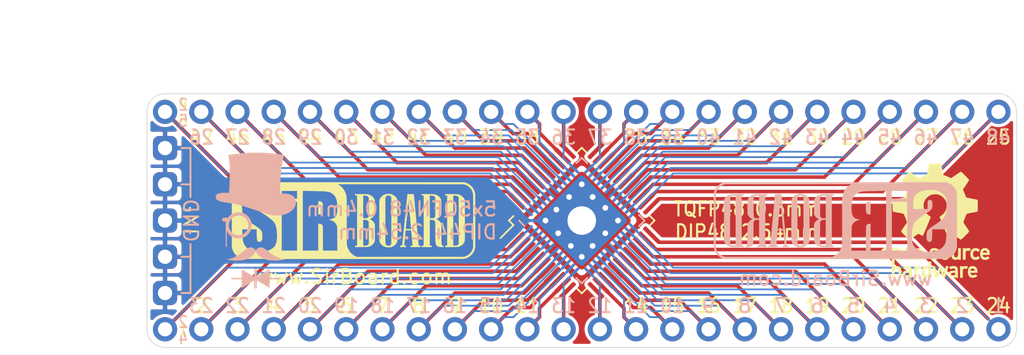
<source format=kicad_pcb>
(kicad_pcb (version 20171130) (host pcbnew "(5.1.2)-2")
  (title_block (title "TQFP48 to DIP48 Breakout Board") (date 2020-04-19) (rev 2) (company SirBoard) (comment 1 "TQFP48 P =0.5mm") (comment 2 "QFN48 P =0.4mm") (comment 3 "DIP48 P = 2.54mm"))
  (layers (0 F.Cu signal) (31 B.Cu signal) (34 B.Paste user hide) (35 F.Paste user hide) (36 B.SilkS user) (37 F.SilkS user) (38 B.Mask user hide) (39 F.Mask user hide) (44 Edge.Cuts user))
  (net 0 "")
  (net 1 "Net-(J1-Pad24)")
  (net 2 "Net-(J1-Pad23)")
  (net 3 "Net-(J1-Pad22)")
  (net 4 "Net-(J1-Pad21)")
  (net 5 "Net-(J1-Pad20)")
  (net 6 "Net-(J1-Pad19)")
  (net 7 "Net-(J1-Pad18)")
  (net 8 "Net-(J1-Pad17)")
  (net 9 "Net-(J1-Pad16)")
  (net 10 "Net-(J1-Pad15)")
  (net 11 "Net-(J1-Pad14)")
  (net 12 "Net-(J1-Pad13)")
  (net 13 "Net-(J1-Pad12)")
  (net 14 "Net-(J1-Pad11)")
  (net 15 "Net-(J1-Pad10)")
  (net 16 "Net-(J1-Pad9)")
  (net 17 "Net-(J1-Pad8)")
  (net 18 "Net-(J1-Pad7)")
  (net 19 "Net-(J1-Pad6)")
  (net 20 "Net-(J1-Pad5)")
  (net 21 "Net-(J1-Pad4)")
  (net 22 "Net-(J1-Pad3)")
  (net 23 "Net-(J1-Pad2)")
  (net 24 "Net-(J1-Pad1)")
  (net 25 "Net-(J2-Pad48)")
  (net 26 "Net-(J2-Pad47)")
  (net 27 "Net-(J2-Pad46)")
  (net 28 "Net-(J2-Pad45)")
  (net 29 "Net-(J2-Pad44)")
  (net 30 "Net-(J2-Pad43)")
  (net 31 "Net-(J2-Pad42)")
  (net 32 "Net-(J2-Pad41)")
  (net 33 "Net-(J2-Pad40)")
  (net 34 "Net-(J2-Pad39)")
  (net 35 "Net-(J2-Pad38)")
  (net 36 "Net-(J2-Pad37)")
  (net 37 "Net-(J2-Pad36)")
  (net 38 "Net-(J2-Pad35)")
  (net 39 "Net-(J2-Pad34)")
  (net 40 "Net-(J2-Pad33)")
  (net 41 "Net-(J2-Pad32)")
  (net 42 "Net-(J2-Pad31)")
  (net 43 "Net-(J2-Pad30)")
  (net 44 "Net-(J2-Pad29)")
  (net 45 "Net-(J2-Pad28)")
  (net 46 "Net-(J2-Pad27)")
  (net 47 "Net-(J2-Pad26)")
  (net 48 "Net-(J2-Pad25)")
  (net 49 "Net-(J5-Pad1)")
  (module logo:logo94x134 (layer B.Cu) (at 44.577 35.56 180)
    (fp_text reference G*** hide)
    (fp_text value LOGO hide)
  )
  (module logo:SirBoard171x54 (layer B.Cu) (at 85.217 35.56 180)
    (fp_text reference G*** hide)
    (fp_text value LOGO hide)
  )
  (module logo:SirBoard171x54 (layer F.Cu) (at 51.435 35.56)
    (fp_text reference G*** hide)
    (fp_text value LOGO hide)
  )
  (module Connector_PinHeader_2.54mm:PinHeader_1x05_P2.54mm_Vertical (layer B.Cu) (at 38.227 30.48 180)
    (fp_text reference J5 hide)
    (fp_text value Conn_01x05)
    (pad 5 thru_hole roundrect (at 0 -10.16 180) (size 1.7 1.7) (drill 1) (layers *.Cu *.Mask) (net 49 "Net-(J5-Pad1)"))
    (pad 4 thru_hole roundrect (at 0 -7.62 180) (size 1.7 1.7) (drill 1) (layers *.Cu *.Mask) (net 49 "Net-(J5-Pad1)"))
    (pad 3 thru_hole roundrect (at 0 -5.08 180) (size 1.7 1.7) (drill 1) (layers *.Cu *.Mask) (net 49 "Net-(J5-Pad1)"))
    (pad 2 thru_hole roundrect (at 0 -2.54 180) (size 1.7 1.7) (drill 1) (layers *.Cu *.Mask) (net 49 "Net-(J5-Pad1)"))
    (pad 1 thru_hole roundrect (at 0 0 180) (size 1.7 1.7) (drill 1) (layers *.Cu *.Mask) (net 49 "Net-(J5-Pad1)"))
  )
  (module Package_DFN_QFN:UQFN-48-1EP_6x6mm_P0.4mm_EP4.62x4.62mm (layer B.Cu) (at 67.437 35.56 315)
    (fp_text reference J3 hide)
    (fp_text value Conn_02x24_Counter_Clockwise)
    (pad 48 smd roundrect (at -2.2 3.0375 315) (size 0.2 0.675) (layers B.Cu B.Paste B.Mask) (net 24 "Net-(J1-Pad1)"))
    (pad 47 smd roundrect (at -1.8 2.9375 315) (size 0.2 0.875) (layers B.Cu B.Paste B.Mask) (net 23 "Net-(J1-Pad2)"))
    (pad 46 smd roundrect (at -1.4 2.9375 315) (size 0.2 0.875) (layers B.Cu B.Paste B.Mask) (net 22 "Net-(J1-Pad3)"))
    (pad 45 smd roundrect (at -1 2.9375 315) (size 0.2 0.875) (layers B.Cu B.Paste B.Mask) (net 21 "Net-(J1-Pad4)"))
    (pad 44 smd roundrect (at -0.6 2.9375 315) (size 0.2 0.875) (layers B.Cu B.Paste B.Mask) (net 20 "Net-(J1-Pad5)"))
    (pad 43 smd roundrect (at -0.2 2.9375 315) (size 0.2 0.875) (layers B.Cu B.Paste B.Mask) (net 19 "Net-(J1-Pad6)"))
    (pad 42 smd roundrect (at 0.2 2.9375 315) (size 0.2 0.875) (layers B.Cu B.Paste B.Mask) (net 18 "Net-(J1-Pad7)"))
    (pad 41 smd roundrect (at 0.6 2.9375 315) (size 0.2 0.875) (layers B.Cu B.Paste B.Mask) (net 17 "Net-(J1-Pad8)"))
    (pad 40 smd roundrect (at 1 2.9375 315) (size 0.2 0.875) (layers B.Cu B.Paste B.Mask) (net 16 "Net-(J1-Pad9)"))
    (pad 39 smd roundrect (at 1.4 2.9375 315) (size 0.2 0.875) (layers B.Cu B.Paste B.Mask) (net 15 "Net-(J1-Pad10)"))
    (pad 38 smd roundrect (at 1.8 2.9375 315) (size 0.2 0.875) (layers B.Cu B.Paste B.Mask) (net 14 "Net-(J1-Pad11)"))
    (pad 37 smd roundrect (at 2.2 2.9375 315) (size 0.2 0.875) (layers B.Cu B.Paste B.Mask) (net 13 "Net-(J1-Pad12)"))
    (pad 36 smd roundrect (at 2.9375 2.2 315) (size 0.875 0.2) (layers B.Cu B.Paste B.Mask) (net 12 "Net-(J1-Pad13)"))
    (pad 35 smd roundrect (at 2.9375 1.8 315) (size 0.875 0.2) (layers B.Cu B.Paste B.Mask) (net 11 "Net-(J1-Pad14)"))
    (pad 34 smd roundrect (at 2.9375 1.4 315) (size 0.875 0.2) (layers B.Cu B.Paste B.Mask) (net 10 "Net-(J1-Pad15)"))
    (pad 33 smd roundrect (at 2.9375 1 315) (size 0.875 0.2) (layers B.Cu B.Paste B.Mask) (net 9 "Net-(J1-Pad16)"))
    (pad 32 smd roundrect (at 2.9375 0.6 315) (size 0.875 0.2) (layers B.Cu B.Paste B.Mask) (net 8 "Net-(J1-Pad17)"))
    (pad 31 smd roundrect (at 2.9375 0.2 315) (size 0.875 0.2) (layers B.Cu B.Paste B.Mask) (net 7 "Net-(J1-Pad18)"))
    (pad 30 smd roundrect (at 2.9375 -0.2 315) (size 0.875 0.2) (layers B.Cu B.Paste B.Mask) (net 6 "Net-(J1-Pad19)"))
    (pad 29 smd roundrect (at 2.9375 -0.6 315) (size 0.875 0.2) (layers B.Cu B.Paste B.Mask) (net 5 "Net-(J1-Pad20)"))
    (pad 28 smd roundrect (at 2.9375 -1 315) (size 0.875 0.2) (layers B.Cu B.Paste B.Mask) (net 4 "Net-(J1-Pad21)"))
    (pad 27 smd roundrect (at 2.9375 -1.4 315) (size 0.875 0.2) (layers B.Cu B.Paste B.Mask) (net 3 "Net-(J1-Pad22)"))
    (pad 26 smd roundrect (at 2.9375 -1.8 315) (size 0.875 0.2) (layers B.Cu B.Paste B.Mask) (net 2 "Net-(J1-Pad23)"))
    (pad 25 smd roundrect (at 2.9375 -2.2 315) (size 0.875 0.2) (layers B.Cu B.Paste B.Mask) (net 1 "Net-(J1-Pad24)"))
    (pad 24 smd roundrect (at 2.2 -2.9375 315) (size 0.2 0.875) (layers B.Cu B.Paste B.Mask) (net 48 "Net-(J2-Pad25)"))
    (pad 23 smd roundrect (at 1.8 -2.9375 315) (size 0.2 0.875) (layers B.Cu B.Paste B.Mask) (net 47 "Net-(J2-Pad26)"))
    (pad 22 smd roundrect (at 1.4 -2.9375 315) (size 0.2 0.875) (layers B.Cu B.Paste B.Mask) (net 46 "Net-(J2-Pad27)"))
    (pad 21 smd roundrect (at 1 -2.9375 315) (size 0.2 0.875) (layers B.Cu B.Paste B.Mask) (net 45 "Net-(J2-Pad28)"))
    (pad 20 smd roundrect (at 0.6 -2.9375 315) (size 0.2 0.875) (layers B.Cu B.Paste B.Mask) (net 44 "Net-(J2-Pad29)"))
    (pad 19 smd roundrect (at 0.2 -2.9375 315) (size 0.2 0.875) (layers B.Cu B.Paste B.Mask) (net 43 "Net-(J2-Pad30)"))
    (pad 18 smd roundrect (at -0.2 -2.9375 315) (size 0.2 0.875) (layers B.Cu B.Paste B.Mask) (net 42 "Net-(J2-Pad31)"))
    (pad 17 smd roundrect (at -0.6 -2.9375 315) (size 0.2 0.875) (layers B.Cu B.Paste B.Mask) (net 41 "Net-(J2-Pad32)"))
    (pad 16 smd roundrect (at -1 -2.9375 315) (size 0.2 0.875) (layers B.Cu B.Paste B.Mask) (net 40 "Net-(J2-Pad33)"))
    (pad 15 smd roundrect (at -1.4 -2.9375 315) (size 0.2 0.875) (layers B.Cu B.Paste B.Mask) (net 39 "Net-(J2-Pad34)"))
    (pad 14 smd roundrect (at -1.8 -2.9375 315) (size 0.2 0.875) (layers B.Cu B.Paste B.Mask) (net 38 "Net-(J2-Pad35)"))
    (pad 13 smd roundrect (at -2.2 -2.9375 315) (size 0.2 0.875) (layers B.Cu B.Paste B.Mask) (net 37 "Net-(J2-Pad36)"))
    (pad 12 smd roundrect (at -2.9375 -2.2 315) (size 0.875 0.2) (layers B.Cu B.Paste B.Mask) (net 36 "Net-(J2-Pad37)"))
    (pad 11 smd roundrect (at -2.9375 -1.8 315) (size 0.875 0.2) (layers B.Cu B.Paste B.Mask) (net 35 "Net-(J2-Pad38)"))
    (pad 10 smd roundrect (at -2.9375 -1.4 315) (size 0.875 0.2) (layers B.Cu B.Paste B.Mask) (net 34 "Net-(J2-Pad39)"))
    (pad 9 smd roundrect (at -2.9375 -1 315) (size 0.875 0.2) (layers B.Cu B.Paste B.Mask) (net 33 "Net-(J2-Pad40)"))
    (pad 8 smd roundrect (at -2.9375 -0.6 315) (size 0.875 0.2) (layers B.Cu B.Paste B.Mask) (net 32 "Net-(J2-Pad41)"))
    (pad 7 smd roundrect (at -2.9375 -0.2 315) (size 0.875 0.2) (layers B.Cu B.Paste B.Mask) (net 31 "Net-(J2-Pad42)"))
    (pad 6 smd roundrect (at -2.9375 0.2 315) (size 0.875 0.2) (layers B.Cu B.Paste B.Mask) (net 30 "Net-(J2-Pad43)"))
    (pad 5 smd roundrect (at -2.9375 0.6 315) (size 0.875 0.2) (layers B.Cu B.Paste B.Mask) (net 29 "Net-(J2-Pad44)"))
    (pad 4 smd roundrect (at -2.9375 1 315) (size 0.875 0.2) (layers B.Cu B.Paste B.Mask) (net 28 "Net-(J2-Pad45)"))
    (pad 3 smd roundrect (at -2.9375 1.4 315) (size 0.875 0.2) (layers B.Cu B.Paste B.Mask) (net 27 "Net-(J2-Pad46)"))
    (pad 2 smd roundrect (at -2.9375 1.8 315) (size 0.875 0.2) (layers B.Cu B.Paste B.Mask) (net 26 "Net-(J2-Pad47)"))
    (pad 1 smd roundrect (at -3.0375 2.2 315) (size 0.675 0.2) (layers B.Cu B.Paste B.Mask) (net 25 "Net-(J2-Pad48)"))
    (pad 49 smd roundrect (at 0 0 315) (size 4.62 4.62) (layers B.Cu B.Mask) (roundrect_rratio 0.05400000000000001) (net 49 "Net-(J5-Pad1)"))
  )
  (module Package_QFP:TQFP-48-1EP_7x7mm_P0.5mm_EP5x5mm (layer F.Cu) (at 67.437 35.56 45)
    (fp_text reference J2 hide)
    (fp_text value Conn_02x24_Counter_Clockwise)
    (pad 48 smd roundrect (at -2.75 -4.1625 45) (size 0.3 1.475) (layers F.Cu F.Paste F.Mask) (net 25 "Net-(J2-Pad48)"))
    (pad 47 smd roundrect (at -2.25 -4.1625 45) (size 0.3 1.475) (layers F.Cu F.Paste F.Mask) (net 26 "Net-(J2-Pad47)"))
    (pad 46 smd roundrect (at -1.75 -4.1625 45) (size 0.3 1.475) (layers F.Cu F.Paste F.Mask) (net 27 "Net-(J2-Pad46)"))
    (pad 45 smd roundrect (at -1.25 -4.1625 45) (size 0.3 1.475) (layers F.Cu F.Paste F.Mask) (net 28 "Net-(J2-Pad45)"))
    (pad 44 smd roundrect (at -0.75 -4.1625 45) (size 0.3 1.475) (layers F.Cu F.Paste F.Mask) (net 29 "Net-(J2-Pad44)"))
    (pad 43 smd roundrect (at -0.25 -4.1625 45) (size 0.3 1.475) (layers F.Cu F.Paste F.Mask) (net 30 "Net-(J2-Pad43)"))
    (pad 42 smd roundrect (at 0.25 -4.1625 45) (size 0.3 1.475) (layers F.Cu F.Paste F.Mask) (net 31 "Net-(J2-Pad42)"))
    (pad 41 smd roundrect (at 0.75 -4.1625 45) (size 0.3 1.475) (layers F.Cu F.Paste F.Mask) (net 32 "Net-(J2-Pad41)"))
    (pad 40 smd roundrect (at 1.25 -4.1625 45) (size 0.3 1.475) (layers F.Cu F.Paste F.Mask) (net 33 "Net-(J2-Pad40)"))
    (pad 39 smd roundrect (at 1.75 -4.1625 45) (size 0.3 1.475) (layers F.Cu F.Paste F.Mask) (net 34 "Net-(J2-Pad39)"))
    (pad 38 smd roundrect (at 2.25 -4.1625 45) (size 0.3 1.475) (layers F.Cu F.Paste F.Mask) (net 35 "Net-(J2-Pad38)"))
    (pad 37 smd roundrect (at 2.75 -4.1625 45) (size 0.3 1.475) (layers F.Cu F.Paste F.Mask) (net 36 "Net-(J2-Pad37)"))
    (pad 36 smd roundrect (at 4.1625 -2.75 45) (size 1.475 0.3) (layers F.Cu F.Paste F.Mask) (net 37 "Net-(J2-Pad36)"))
    (pad 35 smd roundrect (at 4.1625 -2.25 45) (size 1.475 0.3) (layers F.Cu F.Paste F.Mask) (net 38 "Net-(J2-Pad35)"))
    (pad 34 smd roundrect (at 4.1625 -1.75 45) (size 1.475 0.3) (layers F.Cu F.Paste F.Mask) (net 39 "Net-(J2-Pad34)"))
    (pad 33 smd roundrect (at 4.1625 -1.25 45) (size 1.475 0.3) (layers F.Cu F.Paste F.Mask) (net 40 "Net-(J2-Pad33)"))
    (pad 32 smd roundrect (at 4.1625 -0.75 45) (size 1.475 0.3) (layers F.Cu F.Paste F.Mask) (net 41 "Net-(J2-Pad32)"))
    (pad 31 smd roundrect (at 4.1625 -0.25 45) (size 1.475 0.3) (layers F.Cu F.Paste F.Mask) (net 42 "Net-(J2-Pad31)"))
    (pad 30 smd roundrect (at 4.1625 0.25 45) (size 1.475 0.3) (layers F.Cu F.Paste F.Mask) (net 43 "Net-(J2-Pad30)"))
    (pad 29 smd roundrect (at 4.1625 0.75 45) (size 1.475 0.3) (layers F.Cu F.Paste F.Mask) (net 44 "Net-(J2-Pad29)"))
    (pad 28 smd roundrect (at 4.1625 1.25 45) (size 1.475 0.3) (layers F.Cu F.Paste F.Mask) (net 45 "Net-(J2-Pad28)"))
    (pad 27 smd roundrect (at 4.1625 1.75 45) (size 1.475 0.3) (layers F.Cu F.Paste F.Mask) (net 46 "Net-(J2-Pad27)"))
    (pad 26 smd roundrect (at 4.1625 2.25 45) (size 1.475 0.3) (layers F.Cu F.Paste F.Mask) (net 47 "Net-(J2-Pad26)"))
    (pad 25 smd roundrect (at 4.1625 2.75 45) (size 1.475 0.3) (layers F.Cu F.Paste F.Mask) (net 48 "Net-(J2-Pad25)"))
    (pad 24 smd roundrect (at 2.75 4.1625 45) (size 0.3 1.475) (layers F.Cu F.Paste F.Mask) (net 1 "Net-(J1-Pad24)"))
    (pad 23 smd roundrect (at 2.25 4.1625 45) (size 0.3 1.475) (layers F.Cu F.Paste F.Mask) (net 2 "Net-(J1-Pad23)"))
    (pad 22 smd roundrect (at 1.75 4.1625 45) (size 0.3 1.475) (layers F.Cu F.Paste F.Mask) (net 3 "Net-(J1-Pad22)"))
    (pad 21 smd roundrect (at 1.25 4.1625 45) (size 0.3 1.475) (layers F.Cu F.Paste F.Mask) (net 4 "Net-(J1-Pad21)"))
    (pad 20 smd roundrect (at 0.75 4.1625 45) (size 0.3 1.475) (layers F.Cu F.Paste F.Mask) (net 5 "Net-(J1-Pad20)"))
    (pad 19 smd roundrect (at 0.25 4.1625 45) (size 0.3 1.475) (layers F.Cu F.Paste F.Mask) (net 6 "Net-(J1-Pad19)"))
    (pad 18 smd roundrect (at -0.25 4.1625 45) (size 0.3 1.475) (layers F.Cu F.Paste F.Mask) (net 7 "Net-(J1-Pad18)"))
    (pad 17 smd roundrect (at -0.75 4.1625 45) (size 0.3 1.475) (layers F.Cu F.Paste F.Mask) (net 8 "Net-(J1-Pad17)"))
    (pad 16 smd roundrect (at -1.25 4.1625 45) (size 0.3 1.475) (layers F.Cu F.Paste F.Mask) (net 9 "Net-(J1-Pad16)"))
    (pad 15 smd roundrect (at -1.75 4.1625 45) (size 0.3 1.475) (layers F.Cu F.Paste F.Mask) (net 10 "Net-(J1-Pad15)"))
    (pad 14 smd roundrect (at -2.25 4.1625 45) (size 0.3 1.475) (layers F.Cu F.Paste F.Mask) (net 11 "Net-(J1-Pad14)"))
    (pad 13 smd roundrect (at -2.75 4.1625 45) (size 0.3 1.475) (layers F.Cu F.Paste F.Mask) (net 12 "Net-(J1-Pad13)"))
    (pad 12 smd roundrect (at -4.1625 2.75 45) (size 1.475 0.3) (layers F.Cu F.Paste F.Mask) (net 13 "Net-(J1-Pad12)"))
    (pad 11 smd roundrect (at -4.1625 2.25 45) (size 1.475 0.3) (layers F.Cu F.Paste F.Mask) (net 14 "Net-(J1-Pad11)"))
    (pad 10 smd roundrect (at -4.1625 1.75 45) (size 1.475 0.3) (layers F.Cu F.Paste F.Mask) (net 15 "Net-(J1-Pad10)"))
    (pad 9 smd roundrect (at -4.1625 1.25 45) (size 1.475 0.3) (layers F.Cu F.Paste F.Mask) (net 16 "Net-(J1-Pad9)"))
    (pad 8 smd roundrect (at -4.1625 0.75 45) (size 1.475 0.3) (layers F.Cu F.Paste F.Mask) (net 17 "Net-(J1-Pad8)"))
    (pad 7 smd roundrect (at -4.1625 0.25 45) (size 1.475 0.3) (layers F.Cu F.Paste F.Mask) (net 18 "Net-(J1-Pad7)"))
    (pad 6 smd roundrect (at -4.1625 -0.25 45) (size 1.475 0.3) (layers F.Cu F.Paste F.Mask) (net 19 "Net-(J1-Pad6)"))
    (pad 5 smd roundrect (at -4.1625 -0.75 45) (size 1.475 0.3) (layers F.Cu F.Paste F.Mask) (net 20 "Net-(J1-Pad5)"))
    (pad 4 smd roundrect (at -4.1625 -1.25 45) (size 1.475 0.3) (layers F.Cu F.Paste F.Mask) (net 21 "Net-(J1-Pad4)"))
    (pad 3 smd roundrect (at -4.1625 -1.75 45) (size 1.475 0.3) (layers F.Cu F.Paste F.Mask) (net 22 "Net-(J1-Pad3)"))
    (pad 2 smd roundrect (at -4.1625 -2.25 45) (size 1.475 0.3) (layers F.Cu F.Paste F.Mask) (net 23 "Net-(J1-Pad2)"))
    (pad 1 smd roundrect (at -4.1625 -2.75 45) (size 1.475 0.3) (layers F.Cu F.Paste F.Mask) (net 24 "Net-(J1-Pad1)"))
    (pad 49 smd roundrect (at 0 0 45) (size 5 5) (layers F.Cu F.Mask) (roundrect_rratio 0.05) (net 49 "Net-(J5-Pad1)"))
  )
  (module Connector_PinHeader_2.54mm:PinHeader_1x24_P2.54mm_Vertical (layer B.Cu) (at 38.227 43.18 270)
    (fp_text reference J1 hide)
    (fp_text value Conn_01x24)
    (pad 1 thru_hole circle (at 0 0 270) (size 1.7 1.7) (drill 1) (layers *.Cu *.Mask) (net 24 "Net-(J1-Pad1)"))
    (pad 2 thru_hole oval (at 0 -2.54 270) (size 1.7 1.7) (drill 1) (layers *.Cu *.Mask) (net 23 "Net-(J1-Pad2)"))
    (pad 3 thru_hole oval (at 0 -5.08 270) (size 1.7 1.7) (drill 1) (layers *.Cu *.Mask) (net 22 "Net-(J1-Pad3)"))
    (pad 4 thru_hole oval (at 0 -7.62 270) (size 1.7 1.7) (drill 1) (layers *.Cu *.Mask) (net 21 "Net-(J1-Pad4)"))
    (pad 5 thru_hole oval (at 0 -10.16 270) (size 1.7 1.7) (drill 1) (layers *.Cu *.Mask) (net 20 "Net-(J1-Pad5)"))
    (pad 6 thru_hole oval (at 0 -12.7 270) (size 1.7 1.7) (drill 1) (layers *.Cu *.Mask) (net 19 "Net-(J1-Pad6)"))
    (pad 7 thru_hole oval (at 0 -15.24 270) (size 1.7 1.7) (drill 1) (layers *.Cu *.Mask) (net 18 "Net-(J1-Pad7)"))
    (pad 8 thru_hole oval (at 0 -17.78 270) (size 1.7 1.7) (drill 1) (layers *.Cu *.Mask) (net 17 "Net-(J1-Pad8)"))
    (pad 9 thru_hole oval (at 0 -20.32 270) (size 1.7 1.7) (drill 1) (layers *.Cu *.Mask) (net 16 "Net-(J1-Pad9)"))
    (pad 10 thru_hole oval (at 0 -22.86 270) (size 1.7 1.7) (drill 1) (layers *.Cu *.Mask) (net 15 "Net-(J1-Pad10)"))
    (pad 11 thru_hole oval (at 0 -25.4 270) (size 1.7 1.7) (drill 1) (layers *.Cu *.Mask) (net 14 "Net-(J1-Pad11)"))
    (pad 12 thru_hole oval (at 0 -27.94 270) (size 1.7 1.7) (drill 1) (layers *.Cu *.Mask) (net 13 "Net-(J1-Pad12)"))
    (pad 13 thru_hole oval (at 0 -30.48 270) (size 1.7 1.7) (drill 1) (layers *.Cu *.Mask) (net 12 "Net-(J1-Pad13)"))
    (pad 14 thru_hole oval (at 0 -33.02 270) (size 1.7 1.7) (drill 1) (layers *.Cu *.Mask) (net 11 "Net-(J1-Pad14)"))
    (pad 15 thru_hole oval (at 0 -35.56 270) (size 1.7 1.7) (drill 1) (layers *.Cu *.Mask) (net 10 "Net-(J1-Pad15)"))
    (pad 16 thru_hole oval (at 0 -38.1 270) (size 1.7 1.7) (drill 1) (layers *.Cu *.Mask) (net 9 "Net-(J1-Pad16)"))
    (pad 17 thru_hole oval (at 0 -40.64 270) (size 1.7 1.7) (drill 1) (layers *.Cu *.Mask) (net 8 "Net-(J1-Pad17)"))
    (pad 18 thru_hole oval (at 0 -43.18 270) (size 1.7 1.7) (drill 1) (layers *.Cu *.Mask) (net 7 "Net-(J1-Pad18)"))
    (pad 19 thru_hole oval (at 0 -45.72 270) (size 1.7 1.7) (drill 1) (layers *.Cu *.Mask) (net 6 "Net-(J1-Pad19)"))
    (pad 20 thru_hole oval (at 0 -48.26 270) (size 1.7 1.7) (drill 1) (layers *.Cu *.Mask) (net 5 "Net-(J1-Pad20)"))
    (pad 21 thru_hole oval (at 0 -50.8 270) (size 1.7 1.7) (drill 1) (layers *.Cu *.Mask) (net 4 "Net-(J1-Pad21)"))
    (pad 22 thru_hole oval (at 0 -53.34 270) (size 1.7 1.7) (drill 1) (layers *.Cu *.Mask) (net 3 "Net-(J1-Pad22)"))
    (pad 23 thru_hole oval (at 0 -55.88 270) (size 1.7 1.7) (drill 1) (layers *.Cu *.Mask) (net 2 "Net-(J1-Pad23)"))
    (pad 24 thru_hole oval (at 0 -58.42 270) (size 1.7 1.7) (drill 1) (layers *.Cu *.Mask) (net 1 "Net-(J1-Pad24)"))
  )
  (module Connector_PinHeader_2.54mm:PinHeader_1x24_P2.54mm_Vertical (layer B.Cu) (at 38.227 27.94 270)
    (fp_text reference J4 hide)
    (fp_text value Conn_01x24)
    (pad 1 thru_hole circle (at 0 0 270) (size 1.7 1.7) (drill 1) (layers *.Cu *.Mask) (net 25 "Net-(J2-Pad48)"))
    (pad 2 thru_hole oval (at 0 -2.54 270) (size 1.7 1.7) (drill 1) (layers *.Cu *.Mask) (net 26 "Net-(J2-Pad47)"))
    (pad 3 thru_hole oval (at 0 -5.08 270) (size 1.7 1.7) (drill 1) (layers *.Cu *.Mask) (net 27 "Net-(J2-Pad46)"))
    (pad 4 thru_hole oval (at 0 -7.62 270) (size 1.7 1.7) (drill 1) (layers *.Cu *.Mask) (net 28 "Net-(J2-Pad45)"))
    (pad 5 thru_hole oval (at 0 -10.16 270) (size 1.7 1.7) (drill 1) (layers *.Cu *.Mask) (net 29 "Net-(J2-Pad44)"))
    (pad 6 thru_hole oval (at 0 -12.7 270) (size 1.7 1.7) (drill 1) (layers *.Cu *.Mask) (net 30 "Net-(J2-Pad43)"))
    (pad 7 thru_hole oval (at 0 -15.24 270) (size 1.7 1.7) (drill 1) (layers *.Cu *.Mask) (net 31 "Net-(J2-Pad42)"))
    (pad 8 thru_hole oval (at 0 -17.78 270) (size 1.7 1.7) (drill 1) (layers *.Cu *.Mask) (net 32 "Net-(J2-Pad41)"))
    (pad 9 thru_hole oval (at 0 -20.32 270) (size 1.7 1.7) (drill 1) (layers *.Cu *.Mask) (net 33 "Net-(J2-Pad40)"))
    (pad 10 thru_hole oval (at 0 -22.86 270) (size 1.7 1.7) (drill 1) (layers *.Cu *.Mask) (net 34 "Net-(J2-Pad39)"))
    (pad 11 thru_hole oval (at 0 -25.4 270) (size 1.7 1.7) (drill 1) (layers *.Cu *.Mask) (net 35 "Net-(J2-Pad38)"))
    (pad 12 thru_hole oval (at 0 -27.94 270) (size 1.7 1.7) (drill 1) (layers *.Cu *.Mask) (net 36 "Net-(J2-Pad37)"))
    (pad 13 thru_hole oval (at 0 -30.48 270) (size 1.7 1.7) (drill 1) (layers *.Cu *.Mask) (net 37 "Net-(J2-Pad36)"))
    (pad 14 thru_hole oval (at 0 -33.02 270) (size 1.7 1.7) (drill 1) (layers *.Cu *.Mask) (net 38 "Net-(J2-Pad35)"))
    (pad 15 thru_hole oval (at 0 -35.56 270) (size 1.7 1.7) (drill 1) (layers *.Cu *.Mask) (net 39 "Net-(J2-Pad34)"))
    (pad 16 thru_hole oval (at 0 -38.1 270) (size 1.7 1.7) (drill 1) (layers *.Cu *.Mask) (net 40 "Net-(J2-Pad33)"))
    (pad 17 thru_hole oval (at 0 -40.64 270) (size 1.7 1.7) (drill 1) (layers *.Cu *.Mask) (net 41 "Net-(J2-Pad32)"))
    (pad 18 thru_hole oval (at 0 -43.18 270) (size 1.7 1.7) (drill 1) (layers *.Cu *.Mask) (net 42 "Net-(J2-Pad31)"))
    (pad 19 thru_hole oval (at 0 -45.72 270) (size 1.7 1.7) (drill 1) (layers *.Cu *.Mask) (net 43 "Net-(J2-Pad30)"))
    (pad 20 thru_hole oval (at 0 -48.26 270) (size 1.7 1.7) (drill 1) (layers *.Cu *.Mask) (net 44 "Net-(J2-Pad29)"))
    (pad 21 thru_hole oval (at 0 -50.8 270) (size 1.7 1.7) (drill 1) (layers *.Cu *.Mask) (net 45 "Net-(J2-Pad28)"))
    (pad 22 thru_hole oval (at 0 -53.34 270) (size 1.7 1.7) (drill 1) (layers *.Cu *.Mask) (net 46 "Net-(J2-Pad27)"))
    (pad 23 thru_hole oval (at 0 -55.88 270) (size 1.7 1.7) (drill 1) (layers *.Cu *.Mask) (net 47 "Net-(J2-Pad26)"))
    (pad 24 thru_hole oval (at 0 -58.42 270) (size 1.7 1.7) (drill 1) (layers *.Cu *.Mask) (net 48 "Net-(J2-Pad25)"))
  )
  (module Symbol:OSHW-Logo_7.5x8mm_SilkScreen (layer F.Cu) (at 92.202 35.56)
    (fp_text reference REF** hide)
    (fp_text value OSHW-Logo_7.5x8mm_SilkScreen hide)
  )
  (gr_text 48 (at 96.647 29.718) (layer B.SilkS) (effects (font (size 1 0.9)) (justify mirror)))
  (gr_text 1 (at 96.647 41.529) (layer B.SilkS) (effects (font (size 1 0.9)) (justify mirror)))
  (gr_text 36 (at 66.167 29.718) (layer B.SilkS) (effects (font (size 1 0.9)) (justify mirror)))
  (gr_text 37 (at 68.707 29.718) (layer B.SilkS) (effects (font (size 1 0.9)) (justify mirror)))
  (gr_text 12 (at 68.707 41.529) (layer B.SilkS) (effects (font (size 1 0.9)) (justify mirror)))
  (gr_text 13 (at 66.167 41.529) (layer B.SilkS) (effects (font (size 1 0.9)) (justify mirror)))
  (gr_text 30 (at 50.927 29.718) (layer B.SilkS) (effects (font (size 1 0.9)) (justify mirror)))
  (gr_text 29 (at 48.387 29.718) (layer B.SilkS) (effects (font (size 1 0.9)) (justify mirror)))
  (gr_text 28 (at 45.847 29.718) (layer B.SilkS) (effects (font (size 1 0.9)) (justify mirror)))
  (gr_text 27 (at 43.307 29.718) (layer B.SilkS) (effects (font (size 1 0.9)) (justify mirror)))
  (gr_text 26 (at 40.767 29.718) (layer B.SilkS) (effects (font (size 1 0.9)) (justify mirror)))
  (gr_text 23 (at 40.767 41.529) (layer B.SilkS) (effects (font (size 1 0.9)) (justify mirror)))
  (gr_text 22 (at 43.307 41.529) (layer B.SilkS) (effects (font (size 1 0.9)) (justify mirror)))
  (gr_text 21 (at 45.847 41.529) (layer B.SilkS) (effects (font (size 1 0.9)) (justify mirror)))
  (gr_text 20 (at 48.387 41.529) (layer B.SilkS) (effects (font (size 1 0.9)) (justify mirror)))
  (gr_text 19 (at 50.927 41.529) (layer B.SilkS) (effects (font (size 1 0.9)) (justify mirror)))
  (gr_text 18 (at 53.467 41.529) (layer B.SilkS) (effects (font (size 1 0.9)) (justify mirror)))
  (gr_text 17 (at 56.007 41.529) (layer B.SilkS) (effects (font (size 1 0.9)) (justify mirror)))
  (gr_text 16 (at 58.547 41.529) (layer B.SilkS) (effects (font (size 1 0.9)) (justify mirror)))
  (gr_text 15 (at 61.087 41.529) (layer B.SilkS) (effects (font (size 1 0.9)) (justify mirror)))
  (gr_text 14 (at 63.627 41.529) (layer B.SilkS) (effects (font (size 1 0.9)) (justify mirror)))
  (gr_text 11 (at 71.247 41.529) (layer B.SilkS) (effects (font (size 1 0.9)) (justify mirror)))
  (gr_text 9 (at 76.327 41.529) (layer B.SilkS) (effects (font (size 1 1)) (justify mirror)))
  (gr_text 8 (at 78.867 41.529) (layer B.SilkS) (effects (font (size 1 1)) (justify mirror)))
  (gr_text 7 (at 81.407 41.529) (layer B.SilkS) (effects (font (size 1 1)) (justify mirror)))
  (gr_text 6 (at 83.947 41.529) (layer B.SilkS) (effects (font (size 1 1)) (justify mirror)))
  (gr_text 2 (at 94.107 41.529) (layer B.SilkS) (effects (font (size 1 1)) (justify mirror)))
  (gr_text 3 (at 91.567 41.529) (layer B.SilkS) (effects (font (size 1 1)) (justify mirror)))
  (gr_text 4 (at 89.027 41.529) (layer B.SilkS) (effects (font (size 1 1)) (justify mirror)))
  (gr_text 31 (at 53.467 29.718) (layer B.SilkS) (effects (font (size 1 0.9)) (justify mirror)))
  (gr_text 32 (at 56.007 29.718) (layer B.SilkS) (effects (font (size 1 0.9)) (justify mirror)))
  (gr_text 33 (at 58.547 29.718) (layer B.SilkS) (effects (font (size 1 0.9)) (justify mirror)))
  (gr_text 35 (at 63.627 29.718) (layer B.SilkS) (effects (font (size 1 0.9)) (justify mirror)))
  (gr_text 34 (at 61.087 29.718) (layer B.SilkS) (effects (font (size 1 0.9)) (justify mirror)))
  (gr_text 38 (at 71.247 29.718) (layer B.SilkS) (effects (font (size 1 0.9)) (justify mirror)))
  (gr_text 40 (at 76.327 29.718) (layer B.SilkS) (effects (font (size 1 0.9)) (justify mirror)))
  (gr_text 41 (at 78.867 29.718) (layer B.SilkS) (effects (font (size 1 0.9)) (justify mirror)))
  (gr_text 42 (at 81.407 29.718) (layer B.SilkS) (effects (font (size 1 0.9)) (justify mirror)))
  (gr_text 43 (at 83.947 29.718) (layer B.SilkS) (effects (font (size 1 0.9)) (justify mirror)))
  (gr_text 45 (at 89.027 29.718) (layer B.SilkS) (effects (font (size 1 0.9)) (justify mirror)))
  (gr_text 46 (at 91.567 29.718) (layer B.SilkS) (effects (font (size 1 0.9)) (justify mirror)))
  (gr_text 47 (at 94.107 29.718) (layer B.SilkS) (effects (font (size 1 0.9)) (justify mirror)))
  (gr_text 5 (at 86.487 41.529) (layer B.SilkS) (effects (font (size 1 1)) (justify mirror)))
  (gr_text 10 (at 73.787 41.529) (layer B.SilkS) (effects (font (size 1 0.9)) (justify mirror)))
  (gr_text 44 (at 86.487 29.718) (layer B.SilkS) (effects (font (size 1 0.9)) (justify mirror)))
  (gr_text 39 (at 73.787 29.718) (layer B.SilkS) (effects (font (size 1 0.9)) (justify mirror)))
  (gr_text 47 (at 40.767 29.718) (layer F.SilkS) (effects (font (size 1 0.9))))
  (gr_text 46 (at 43.307 29.718) (layer F.SilkS) (effects (font (size 1 0.9))))
  (gr_text 45 (at 45.847 29.718) (layer F.SilkS) (effects (font (size 1 0.9))))
  (gr_text 43 (at 50.927 29.718) (layer F.SilkS) (effects (font (size 1 0.9))))
  (gr_text 42 (at 53.467 29.718) (layer F.SilkS) (effects (font (size 1 0.9))))
  (gr_text 41 (at 56.007 29.718) (layer F.SilkS) (effects (font (size 1 0.9))))
  (gr_text 40 (at 58.547 29.718) (layer F.SilkS) (effects (font (size 1 0.9))))
  (gr_text 38 (at 63.627 29.718) (layer F.SilkS) (effects (font (size 1 0.9))))
  (gr_text 35 (at 71.247 29.718) (layer F.SilkS) (effects (font (size 1 0.9))))
  (gr_text 34 (at 73.787 29.718) (layer F.SilkS) (effects (font (size 1 0.9))))
  (gr_text 33 (at 76.327 29.718) (layer F.SilkS) (effects (font (size 1 0.9))))
  (gr_text 32 (at 78.867 29.718) (layer F.SilkS) (effects (font (size 1 0.9))))
  (gr_text 31 (at 81.407 29.718) (layer F.SilkS) (effects (font (size 1 0.9))))
  (gr_text 30 (at 83.947 29.718) (layer F.SilkS) (effects (font (size 1 0.9))))
  (gr_text 29 (at 86.487 29.718) (layer F.SilkS) (effects (font (size 1 0.9))))
  (gr_text 28 (at 89.027 29.718) (layer F.SilkS) (effects (font (size 1 0.9))))
  (gr_text 27 (at 91.567 29.718) (layer F.SilkS) (effects (font (size 1 0.9))))
  (gr_text 25 (at 96.647 29.718) (layer F.SilkS) (effects (font (size 1 0.9))))
  (gr_text 26 (at 94.107 29.718) (layer F.SilkS) (effects (font (size 1 0.9))))
  (gr_text 24 (at 96.647 41.529) (layer F.SilkS) (effects (font (size 1 0.9))))
  (gr_text 23 (at 94.107 41.529) (layer F.SilkS) (effects (font (size 1 0.9))))
  (gr_text 22 (at 91.567 41.529) (layer F.SilkS) (effects (font (size 1 0.9))))
  (gr_text 21 (at 89.027 41.529) (layer F.SilkS) (effects (font (size 1 0.9))))
  (gr_text 20 (at 86.487 41.529) (layer F.SilkS) (effects (font (size 1 0.9))))
  (gr_text 19 (at 83.947 41.529) (layer F.SilkS) (effects (font (size 1 0.9))))
  (gr_text 18 (at 81.407 41.529) (layer F.SilkS) (effects (font (size 1 0.9))))
  (gr_text 17 (at 78.867 41.529) (layer F.SilkS) (effects (font (size 1 0.9))))
  (gr_text 16 (at 76.327 41.529) (layer F.SilkS) (effects (font (size 1 0.9))))
  (gr_text 15 (at 73.787 41.529) (layer F.SilkS) (effects (font (size 1 0.9))))
  (gr_text 14 (at 71.247 41.529) (layer F.SilkS) (effects (font (size 1 0.9))))
  (gr_text 11 (at 63.627 41.529) (layer F.SilkS) (effects (font (size 1 0.9))))
  (gr_text 9 (at 58.547 41.529) (layer F.SilkS) (effects (font (size 1 1))))
  (gr_text 8 (at 56.007 41.529) (layer F.SilkS) (effects (font (size 1 1))))
  (gr_text 7 (at 53.467 41.529) (layer F.SilkS) (effects (font (size 1 1))))
  (gr_text 6 (at 50.927 41.529) (layer F.SilkS) (effects (font (size 1 1))))
  (gr_text 4 (at 45.847 41.529) (layer F.SilkS) (effects (font (size 1 1))))
  (gr_text 3 (at 43.307 41.529) (layer F.SilkS) (effects (font (size 1 1))))
  (gr_text 2 (at 40.767 41.529) (layer F.SilkS) (effects (font (size 1 1))))
  (gr_text 4 (at 39.497 43.815) (layer B.SilkS) (effects (font (size 0.8 0.7) (thickness 0.12)) (justify mirror)))
  (gr_text 2 (at 39.497 42.672) (layer B.SilkS) (effects (font (size 0.8 0.7) (thickness 0.12)) (justify mirror)))
  (gr_text 5 (at 39.497 28.575) (layer B.SilkS) (effects (font (size 0.8 0.7) (thickness 0.12)) (justify mirror)))
  (gr_text 2 (at 39.497 27.432) (layer B.SilkS) (effects (font (size 0.8 0.7) (thickness 0.12)) (justify mirror)))
  (gr_text 8 (at 39.497 28.575) (layer F.SilkS) (effects (font (size 0.8 0.7) (thickness 0.12))))
  (gr_line (start 40.005 37.211) (end 40.005 40.64) (layer B.SilkS) (width 0.12))
  (gr_line (start 39.37 38.1) (end 40.005 38.1) (layer B.SilkS) (width 0.12))
  (gr_line (start 39.37 30.48) (end 40.005 30.48) (layer B.SilkS) (width 0.12))
  (gr_line (start 40.005 30.48) (end 40.005 33.909) (layer B.SilkS) (width 0.12))
  (gr_line (start 40.005 40.64) (end 39.37 40.64) (layer B.SilkS) (width 0.12))
  (gr_line (start 39.37 33.02) (end 40.005 33.02) (layer B.SilkS) (width 0.12))
  (gr_text GND (at 40.005 35.56 270) (layer B.SilkS) (effects (font (size 1 1) (thickness 0.13)) (justify mirror)))
  (gr_line (start 40.005 40.64) (end 40.005 37.211) (layer F.SilkS) (width 0.12))
  (gr_line (start 39.37 40.64) (end 40.005 40.64) (layer F.SilkS) (width 0.12))
  (gr_line (start 39.37 38.1) (end 40.005 38.1) (layer F.SilkS) (width 0.12))
  (gr_line (start 39.37 33.02) (end 40.005 33.02) (layer F.SilkS) (width 0.12))
  (gr_line (start 40.005 30.48) (end 39.37 30.48) (layer F.SilkS) (width 0.12))
  (gr_line (start 40.005 33.909) (end 40.005 30.48) (layer F.SilkS) (width 0.12))
  (gr_line (start 97.917 43.18) (end 97.917 27.94) (layer Edge.Cuts) (width 0.05))
  (gr_line (start 38.227 44.45) (end 96.647 44.45) (layer Edge.Cuts) (width 0.05))
  (gr_line (start 36.957 27.94) (end 36.957 43.18) (layer Edge.Cuts) (width 0.05))
  (gr_line (start 96.647 26.67) (end 38.227 26.67) (layer Edge.Cuts) (width 0.05))
  (gr_arc (start 96.647 27.94) (end 97.917 27.94) (angle -90) (layer Edge.Cuts) (width 0.05))
  (gr_arc (start 96.647 43.18) (end 96.647 44.45) (angle -90) (layer Edge.Cuts) (width 0.05))
  (gr_arc (start 38.227 43.18) (end 36.957 43.18) (angle -90) (layer Edge.Cuts) (width 0.05))
  (gr_arc (start 38.227 27.94) (end 38.227 26.67) (angle -90) (layer Edge.Cuts) (width 0.05))
  (gr_text GND (at 40.005 35.56 270) (layer F.SilkS) (effects (font (size 1 1) (thickness 0.13))))
  (gr_text www.SirBoard.com (at 85.217 39.624) (layer B.SilkS) (effects (font (size 1 1)) (justify mirror)))
  (gr_text "5x5QFN48 0.4mm\nDIP44 2.54mm" (at 61.595 35.56) (layer B.SilkS) (effects (font (size 1 1)) (justify left mirror)))
  (gr_text 1 (at 39.497 43.18) (layer F.SilkS) (effects (font (size 0.8 0.7) (thickness 0.12))))
  (gr_text 39 (at 61.087 29.718) (layer F.SilkS) (effects (font (size 1 0.9))))
  (gr_text 4 (at 39.497 27.432) (layer F.SilkS) (effects (font (size 0.8 0.7) (thickness 0.12))))
  (gr_text 44 (at 48.387 29.718) (layer F.SilkS) (effects (font (size 1 0.9))))
  (gr_text 10 (at 61.087 41.529) (layer F.SilkS) (effects (font (size 1 0.9))))
  (gr_text 5 (at 48.387 41.529) (layer F.SilkS) (effects (font (size 1 1))))
  (gr_text "TQFP48 0.5mm\nDIP48 2.54mm" (at 78.994 35.56) (layer F.SilkS) (effects (font (size 1 0.9))))
  (gr_text www.SirBoard.com (at 51.562 39.497) (layer F.SilkS) (effects (font (size 1 1))))
  (segment (start 72.324876 36.558788) (end 72.850088 37.084) (width 0.25) (layer F.Cu) (net 1))
  (segment (start 72.850088 37.084) (end 90.551 37.084) (width 0.25) (layer F.Cu) (net 1))
  (segment (start 90.551 37.084) (end 95.911955 42.444955) (width 0.25) (layer F.Cu) (net 1))
  (segment (start 95.521152 42.054152) (end 96.647 43.18) (width 0.127) (layer B.Cu) (net 1))
  (segment (start 73.85027 38.862) (end 92.329 38.862) (width 0.127) (layer B.Cu) (net 1))
  (segment (start 92.329 38.862) (end 95.521152 42.054152) (width 0.127) (layer B.Cu) (net 1))
  (segment (start 71.069761 36.081491) (end 73.85027 38.862) (width 0.127) (layer B.Cu) (net 1))
  (segment (start 94.107 43.18) (end 88.519 37.592) (width 0.25) (layer F.Cu) (net 2))
  (segment (start 72.65098 37.592) (end 71.971322 36.912342) (width 0.25) (layer F.Cu) (net 2))
  (segment (start 88.519 37.592) (end 72.65098 37.592) (width 0.25) (layer F.Cu) (net 2))
  (segment (start 73.665584 39.243) (end 90.17 39.243) (width 0.127) (layer B.Cu) (net 2))
  (segment (start 93.257001 42.330001) (end 94.107 43.18) (width 0.127) (layer B.Cu) (net 2))
  (segment (start 90.17 39.243) (end 93.257001 42.330001) (width 0.127) (layer B.Cu) (net 2))
  (segment (start 70.786918 36.364334) (end 73.665584 39.243) (width 0.127) (layer B.Cu) (net 2))
  (segment (start 86.487 38.1) (end 72.451874 38.1) (width 0.25) (layer F.Cu) (net 3))
  (segment (start 72.451874 38.1) (end 71.617769 37.265895) (width 0.25) (layer F.Cu) (net 3))
  (segment (start 91.567 43.18) (end 86.487 38.1) (width 0.25) (layer F.Cu) (net 3))
  (segment (start 70.504076 36.647177) (end 73.480899 39.624) (width 0.127) (layer B.Cu) (net 3))
  (segment (start 88.011 39.624) (end 90.717001 42.330001) (width 0.127) (layer B.Cu) (net 3))
  (segment (start 73.480899 39.624) (end 88.011 39.624) (width 0.127) (layer B.Cu) (net 3))
  (segment (start 90.717001 42.330001) (end 91.567 43.18) (width 0.127) (layer B.Cu) (net 3))
  (segment (start 89.027 43.18) (end 84.455 38.608) (width 0.25) (layer F.Cu) (net 4))
  (segment (start 72.252766 38.608) (end 71.264215 37.619449) (width 0.25) (layer F.Cu) (net 4))
  (segment (start 84.455 38.608) (end 72.252766 38.608) (width 0.25) (layer F.Cu) (net 4))
  (segment (start 73.296214 40.005) (end 85.852 40.005) (width 0.127) (layer B.Cu) (net 4))
  (segment (start 85.852 40.005) (end 88.177001 42.330001) (width 0.127) (layer B.Cu) (net 4))
  (segment (start 70.221233 36.930019) (end 73.296214 40.005) (width 0.127) (layer B.Cu) (net 4))
  (segment (start 88.177001 42.330001) (end 89.027 43.18) (width 0.127) (layer B.Cu) (net 4))
  (segment (start 86.487 43.18) (end 82.423 39.116) (width 0.25) (layer F.Cu) (net 5))
  (segment (start 72.05366 39.116) (end 70.910662 37.973002) (width 0.25) (layer F.Cu) (net 5))
  (segment (start 82.423 39.116) (end 72.05366 39.116) (width 0.25) (layer F.Cu) (net 5))
  (segment (start 73.111528 40.386) (end 83.693 40.386) (width 0.127) (layer B.Cu) (net 5))
  (segment (start 85.637001 42.330001) (end 86.487 43.18) (width 0.127) (layer B.Cu) (net 5))
  (segment (start 83.693 40.386) (end 85.637001 42.330001) (width 0.127) (layer B.Cu) (net 5))
  (segment (start 69.93839 37.212862) (end 73.111528 40.386) (width 0.127) (layer B.Cu) (net 5))
  (segment (start 83.947 43.18) (end 80.391 39.624) (width 0.25) (layer F.Cu) (net 6))
  (segment (start 80.391 39.624) (end 71.854554 39.624) (width 0.25) (layer F.Cu) (net 6))
  (segment (start 71.854554 39.624) (end 70.557109 38.326555) (width 0.25) (layer F.Cu) (net 6))
  (segment (start 69.655548 37.495705) (end 72.926843 40.767) (width 0.127) (layer B.Cu) (net 6))
  (segment (start 83.097001 42.330001) (end 83.947 43.18) (width 0.127) (layer B.Cu) (net 6))
  (segment (start 72.926843 40.767) (end 81.534 40.767) (width 0.127) (layer B.Cu) (net 6))
  (segment (start 81.534 40.767) (end 83.097001 42.330001) (width 0.127) (layer B.Cu) (net 6))
  (segment (start 71.655446 40.132) (end 70.203555 38.680109) (width 0.25) (layer F.Cu) (net 7))
  (segment (start 81.407 43.18) (end 78.359 40.132) (width 0.25) (layer F.Cu) (net 7))
  (segment (start 78.359 40.132) (end 71.655446 40.132) (width 0.25) (layer F.Cu) (net 7))
  (segment (start 80.557001 42.330001) (end 81.407 43.18) (width 0.127) (layer B.Cu) (net 7))
  (segment (start 69.372705 37.778548) (end 72.742157 41.148) (width 0.127) (layer B.Cu) (net 7))
  (segment (start 72.742157 41.148) (end 79.375 41.148) (width 0.127) (layer B.Cu) (net 7))
  (segment (start 79.375 41.148) (end 80.557001 42.330001) (width 0.127) (layer B.Cu) (net 7))
  (segment (start 76.327 40.64) (end 71.45634 40.64) (width 0.25) (layer F.Cu) (net 8))
  (segment (start 78.867 43.18) (end 76.327 40.64) (width 0.25) (layer F.Cu) (net 8))
  (segment (start 71.45634 40.64) (end 69.850002 39.033662) (width 0.25) (layer F.Cu) (net 8))
  (segment (start 78.017001 42.330001) (end 78.867 43.18) (width 0.127) (layer B.Cu) (net 8))
  (segment (start 77.216 41.529) (end 78.017001 42.330001) (width 0.127) (layer B.Cu) (net 8))
  (segment (start 72.557472 41.529) (end 77.216 41.529) (width 0.127) (layer B.Cu) (net 8))
  (segment (start 69.089862 38.06139) (end 72.557472 41.529) (width 0.127) (layer B.Cu) (net 8))
  (segment (start 76.327 43.18) (end 74.295 41.148) (width 0.25) (layer F.Cu) (net 9))
  (segment (start 74.295 41.148) (end 71.257234 41.148) (width 0.25) (layer F.Cu) (net 9))
  (segment (start 71.257234 41.148) (end 69.496449 39.387215) (width 0.25) (layer F.Cu) (net 9))
  (segment (start 72.372786 41.91) (end 75.057 41.91) (width 0.127) (layer B.Cu) (net 9))
  (segment (start 75.057 41.91) (end 76.327 43.18) (width 0.127) (layer B.Cu) (net 9))
  (segment (start 68.807019 38.344233) (end 72.372786 41.91) (width 0.127) (layer B.Cu) (net 9))
  (segment (start 73.787 43.18) (end 72.263 41.656) (width 0.25) (layer F.Cu) (net 10))
  (segment (start 72.263 41.656) (end 71.058126 41.656) (width 0.25) (layer F.Cu) (net 10))
  (segment (start 71.058126 41.656) (end 69.142895 39.740769) (width 0.25) (layer F.Cu) (net 10))
  (segment (start 68.904246 39.007145) (end 68.524177 38.627076) (width 0.127) (layer B.Cu) (net 10))
  (segment (start 72.937001 42.330001) (end 72.227102 42.330001) (width 0.127) (layer B.Cu) (net 10))
  (segment (start 72.227102 42.330001) (end 68.904246 39.007145) (width 0.127) (layer B.Cu) (net 10))
  (segment (start 73.787 43.18) (end 72.937001 42.330001) (width 0.127) (layer B.Cu) (net 10))
  (segment (start 70.397001 42.330001) (end 70.397001 41.701981) (width 0.25) (layer F.Cu) (net 11))
  (segment (start 70.397001 41.701981) (end 69.381543 40.686523) (width 0.25) (layer F.Cu) (net 11))
  (segment (start 71.247 43.18) (end 70.397001 42.330001) (width 0.25) (layer F.Cu) (net 11))
  (segment (start 69.381543 40.686523) (end 68.789342 40.094322) (width 0.25) (layer F.Cu) (net 11))
  (segment (start 68.621403 39.289987) (end 68.241334 38.909918) (width 0.127) (layer B.Cu) (net 11))
  (segment (start 71.247 43.18) (end 70.397001 42.330001) (width 0.127) (layer B.Cu) (net 11))
  (segment (start 70.397001 41.065585) (end 68.621403 39.289987) (width 0.127) (layer B.Cu) (net 11))
  (segment (start 70.397001 42.330001) (end 70.397001 41.065585) (width 0.127) (layer B.Cu) (net 11))
  (segment (start 68.707 40.719088) (end 68.435788 40.447876) (width 0.25) (layer F.Cu) (net 12))
  (segment (start 68.707 43.18) (end 68.707 40.719088) (width 0.25) (layer F.Cu) (net 12))
  (segment (start 68.707 39.94127) (end 67.958491 39.192761) (width 0.127) (layer B.Cu) (net 12))
  (segment (start 68.707 43.18) (end 68.707 39.94127) (width 0.127) (layer B.Cu) (net 12))
  (segment (start 66.167 43.18) (end 66.167 40.719088) (width 0.25) (layer F.Cu) (net 13))
  (segment (start 66.167 40.719088) (end 66.438212 40.447876) (width 0.25) (layer F.Cu) (net 13))
  (segment (start 66.167 39.94127) (end 66.53544 39.57283) (width 0.127) (layer B.Cu) (net 13))
  (segment (start 66.53544 39.57283) (end 66.915509 39.192761) (width 0.127) (layer B.Cu) (net 13))
  (segment (start 66.167 43.18) (end 66.167 39.94127) (width 0.127) (layer B.Cu) (net 13))
  (segment (start 65.492457 40.686523) (end 66.084658 40.094322) (width 0.25) (layer F.Cu) (net 14))
  (segment (start 63.627 43.18) (end 64.476999 42.330001) (width 0.25) (layer F.Cu) (net 14))
  (segment (start 64.476999 41.701981) (end 65.492457 40.686523) (width 0.25) (layer F.Cu) (net 14))
  (segment (start 64.476999 42.330001) (end 64.476999 41.701981) (width 0.25) (layer F.Cu) (net 14))
  (segment (start 66.252597 39.289987) (end 66.632666 38.909918) (width 0.127) (layer B.Cu) (net 14))
  (segment (start 64.476999 42.330001) (end 64.476999 41.065585) (width 0.127) (layer B.Cu) (net 14))
  (segment (start 64.476999 41.065585) (end 66.252597 39.289987) (width 0.127) (layer B.Cu) (net 14))
  (segment (start 63.627 43.18) (end 64.476999 42.330001) (width 0.127) (layer B.Cu) (net 14))
  (segment (start 62.611 41.656) (end 63.815874 41.656) (width 0.25) (layer F.Cu) (net 15))
  (segment (start 63.815874 41.656) (end 65.731105 39.740769) (width 0.25) (layer F.Cu) (net 15))
  (segment (start 61.087 43.18) (end 62.611 41.656) (width 0.25) (layer F.Cu) (net 15))
  (segment (start 65.969754 39.007145) (end 66.349823 38.627076) (width 0.127) (layer B.Cu) (net 15))
  (segment (start 61.087 43.18) (end 61.936999 42.330001) (width 0.127) (layer B.Cu) (net 15))
  (segment (start 62.646898 42.330001) (end 65.969754 39.007145) (width 0.127) (layer B.Cu) (net 15))
  (segment (start 61.936999 42.330001) (end 62.646898 42.330001) (width 0.127) (layer B.Cu) (net 15))
  (segment (start 63.616766 41.148) (end 65.377551 39.387215) (width 0.25) (layer F.Cu) (net 16))
  (segment (start 60.579 41.148) (end 63.616766 41.148) (width 0.25) (layer F.Cu) (net 16))
  (segment (start 58.547 43.18) (end 60.579 41.148) (width 0.25) (layer F.Cu) (net 16))
  (segment (start 59.817 41.91) (end 58.547 43.18) (width 0.127) (layer B.Cu) (net 16))
  (segment (start 62.501214 41.91) (end 59.817 41.91) (width 0.127) (layer B.Cu) (net 16))
  (segment (start 66.066981 38.344233) (end 62.501214 41.91) (width 0.127) (layer B.Cu) (net 16))
  (segment (start 56.007 43.18) (end 58.547 40.64) (width 0.25) (layer F.Cu) (net 17))
  (segment (start 58.547 40.64) (end 63.41766 40.64) (width 0.25) (layer F.Cu) (net 17))
  (segment (start 63.41766 40.64) (end 65.023998 39.033662) (width 0.25) (layer F.Cu) (net 17))
  (segment (start 62.316528 41.529) (end 57.658 41.529) (width 0.127) (layer B.Cu) (net 17))
  (segment (start 57.658 41.529) (end 56.007 43.18) (width 0.127) (layer B.Cu) (net 17))
  (segment (start 65.784138 38.06139) (end 62.316528 41.529) (width 0.127) (layer B.Cu) (net 17))
  (segment (start 53.467 43.18) (end 56.515 40.132) (width 0.25) (layer F.Cu) (net 18))
  (segment (start 63.218554 40.132) (end 64.670445 38.680109) (width 0.25) (layer F.Cu) (net 18))
  (segment (start 56.515 40.132) (end 63.218554 40.132) (width 0.25) (layer F.Cu) (net 18))
  (segment (start 65.501295 37.778548) (end 62.131843 41.148) (width 0.127) (layer B.Cu) (net 18))
  (segment (start 62.131843 41.148) (end 55.499 41.148) (width 0.127) (layer B.Cu) (net 18))
  (segment (start 55.499 41.148) (end 53.467 43.18) (width 0.127) (layer B.Cu) (net 18))
  (segment (start 63.019446 39.624) (end 64.316891 38.326555) (width 0.25) (layer F.Cu) (net 19))
  (segment (start 54.483 39.624) (end 63.019446 39.624) (width 0.25) (layer F.Cu) (net 19))
  (segment (start 50.927 43.18) (end 54.483 39.624) (width 0.25) (layer F.Cu) (net 19))
  (segment (start 61.947157 40.767) (end 53.34 40.767) (width 0.127) (layer B.Cu) (net 19))
  (segment (start 65.218452 37.495705) (end 61.947157 40.767) (width 0.127) (layer B.Cu) (net 19))
  (segment (start 53.34 40.767) (end 50.927 43.18) (width 0.127) (layer B.Cu) (net 19))
  (segment (start 52.451 39.116) (end 62.82034 39.116) (width 0.25) (layer F.Cu) (net 20))
  (segment (start 62.82034 39.116) (end 63.963338 37.973002) (width 0.25) (layer F.Cu) (net 20))
  (segment (start 48.387 43.18) (end 52.451 39.116) (width 0.25) (layer F.Cu) (net 20))
  (segment (start 61.762472 40.386) (end 51.181 40.386) (width 0.127) (layer B.Cu) (net 20))
  (segment (start 64.93561 37.212862) (end 61.762472 40.386) (width 0.127) (layer B.Cu) (net 20))
  (segment (start 51.181 40.386) (end 48.387 43.18) (width 0.127) (layer B.Cu) (net 20))
  (segment (start 62.621234 38.608) (end 63.609785 37.619449) (width 0.25) (layer F.Cu) (net 21))
  (segment (start 45.847 43.18) (end 50.419 38.608) (width 0.25) (layer F.Cu) (net 21))
  (segment (start 50.419 38.608) (end 62.621234 38.608) (width 0.25) (layer F.Cu) (net 21))
  (segment (start 49.022 40.005) (end 45.847 43.18) (width 0.127) (layer B.Cu) (net 21))
  (segment (start 64.652767 36.930019) (end 61.577786 40.005) (width 0.127) (layer B.Cu) (net 21))
  (segment (start 61.577786 40.005) (end 49.022 40.005) (width 0.127) (layer B.Cu) (net 21))
  (segment (start 48.387 38.1) (end 62.422126 38.1) (width 0.25) (layer F.Cu) (net 22))
  (segment (start 43.307 43.18) (end 48.387 38.1) (width 0.25) (layer F.Cu) (net 22))
  (segment (start 62.422126 38.1) (end 63.256231 37.265895) (width 0.25) (layer F.Cu) (net 22))
  (segment (start 46.863 39.624) (end 43.307 43.18) (width 0.127) (layer B.Cu) (net 22))
  (segment (start 61.393101 39.624) (end 46.863 39.624) (width 0.127) (layer B.Cu) (net 22))
  (segment (start 64.369924 36.647177) (end 61.393101 39.624) (width 0.127) (layer B.Cu) (net 22))
  (segment (start 46.355 37.592) (end 62.22302 37.592) (width 0.25) (layer F.Cu) (net 23))
  (segment (start 62.22302 37.592) (end 62.902678 36.912342) (width 0.25) (layer F.Cu) (net 23))
  (segment (start 40.767 43.18) (end 46.355 37.592) (width 0.25) (layer F.Cu) (net 23))
  (segment (start 61.208416 39.243) (end 44.704 39.243) (width 0.127) (layer B.Cu) (net 23))
  (segment (start 64.087082 36.364334) (end 61.208416 39.243) (width 0.127) (layer B.Cu) (net 23))
  (segment (start 44.704 39.243) (end 40.894 43.053) (width 0.127) (layer B.Cu) (net 23))
  (segment (start 38.227 43.18) (end 44.323 37.084) (width 0.25) (layer F.Cu) (net 24))
  (segment (start 44.323 37.084) (end 62.023912 37.084) (width 0.25) (layer F.Cu) (net 24))
  (segment (start 62.023912 37.084) (end 62.549124 36.558788) (width 0.25) (layer F.Cu) (net 24))
  (segment (start 39.352849 42.054151) (end 38.227 43.18) (width 0.127) (layer B.Cu) (net 24))
  (segment (start 61.02373 38.862) (end 42.545 38.862) (width 0.127) (layer B.Cu) (net 24))
  (segment (start 42.545 38.862) (end 39.352849 42.054151) (width 0.127) (layer B.Cu) (net 24))
  (segment (start 63.804239 36.081491) (end 61.02373 38.862) (width 0.127) (layer B.Cu) (net 24))
  (segment (start 44.323 34.036) (end 38.962045 28.675045) (width 0.25) (layer F.Cu) (net 25))
  (segment (start 62.549124 34.561212) (end 62.023912 34.036) (width 0.25) (layer F.Cu) (net 25))
  (segment (start 62.023912 34.036) (end 44.323 34.036) (width 0.25) (layer F.Cu) (net 25))
  (segment (start 39.352848 29.065848) (end 38.227 27.94) (width 0.127) (layer B.Cu) (net 25))
  (segment (start 63.804239 35.038509) (end 61.02373 32.258) (width 0.127) (layer B.Cu) (net 25))
  (segment (start 61.02373 32.258) (end 42.545 32.258) (width 0.127) (layer B.Cu) (net 25))
  (segment (start 42.545 32.258) (end 39.352848 29.065848) (width 0.127) (layer B.Cu) (net 25))
  (segment (start 43.587955 33.300955) (end 38.227 27.94) (width 0.25) (layer F.Cu) (net 25))
  (segment (start 40.767 27.94) (end 46.355 33.528) (width 0.25) (layer F.Cu) (net 26))
  (segment (start 62.22302 33.528) (end 62.902678 34.207658) (width 0.25) (layer F.Cu) (net 26))
  (segment (start 46.355 33.528) (end 62.22302 33.528) (width 0.25) (layer F.Cu) (net 26))
  (segment (start 41.616999 28.789999) (end 40.767 27.94) (width 0.127) (layer B.Cu) (net 26))
  (segment (start 44.704 31.877) (end 41.616999 28.789999) (width 0.127) (layer B.Cu) (net 26))
  (segment (start 64.087082 34.755666) (end 61.208416 31.877) (width 0.127) (layer B.Cu) (net 26))
  (segment (start 61.208416 31.877) (end 44.704 31.877) (width 0.127) (layer B.Cu) (net 26))
  (segment (start 43.307 27.94) (end 48.387 33.02) (width 0.25) (layer F.Cu) (net 27))
  (segment (start 62.422126 33.02) (end 63.256231 33.854105) (width 0.25) (layer F.Cu) (net 27))
  (segment (start 48.387 33.02) (end 62.422126 33.02) (width 0.25) (layer F.Cu) (net 27))
  (segment (start 44.156999 28.789999) (end 43.307 27.94) (width 0.127) (layer B.Cu) (net 27))
  (segment (start 46.863 31.496) (end 44.156999 28.789999) (width 0.127) (layer B.Cu) (net 27))
  (segment (start 64.369924 34.472823) (end 61.393101 31.496) (width 0.127) (layer B.Cu) (net 27))
  (segment (start 61.393101 31.496) (end 46.863 31.496) (width 0.127) (layer B.Cu) (net 27))
  (segment (start 45.847 27.94) (end 50.419 32.512) (width 0.25) (layer F.Cu) (net 28))
  (segment (start 62.621234 32.512) (end 63.609785 33.500551) (width 0.25) (layer F.Cu) (net 28))
  (segment (start 50.419 32.512) (end 62.621234 32.512) (width 0.25) (layer F.Cu) (net 28))
  (segment (start 46.696999 28.789999) (end 45.847 27.94) (width 0.127) (layer B.Cu) (net 28))
  (segment (start 49.022 31.115) (end 46.696999 28.789999) (width 0.127) (layer B.Cu) (net 28))
  (segment (start 64.652767 34.189981) (end 61.577786 31.115) (width 0.127) (layer B.Cu) (net 28))
  (segment (start 61.577786 31.115) (end 49.022 31.115) (width 0.127) (layer B.Cu) (net 28))
  (segment (start 48.387 27.94) (end 52.451 32.004) (width 0.25) (layer F.Cu) (net 29))
  (segment (start 62.82034 32.004) (end 63.963338 33.146998) (width 0.25) (layer F.Cu) (net 29))
  (segment (start 52.451 32.004) (end 62.82034 32.004) (width 0.25) (layer F.Cu) (net 29))
  (segment (start 49.236999 28.789999) (end 48.387 27.94) (width 0.127) (layer B.Cu) (net 29))
  (segment (start 51.181 30.734) (end 49.236999 28.789999) (width 0.127) (layer B.Cu) (net 29))
  (segment (start 64.93561 33.907138) (end 61.762472 30.734) (width 0.127) (layer B.Cu) (net 29))
  (segment (start 61.762472 30.734) (end 51.181 30.734) (width 0.127) (layer B.Cu) (net 29))
  (segment (start 50.927 27.94) (end 54.483 31.496) (width 0.25) (layer F.Cu) (net 30))
  (segment (start 63.019446 31.496) (end 64.316891 32.793445) (width 0.25) (layer F.Cu) (net 30))
  (segment (start 54.483 31.496) (end 63.019446 31.496) (width 0.25) (layer F.Cu) (net 30))
  (segment (start 51.776999 28.789999) (end 50.927 27.94) (width 0.127) (layer B.Cu) (net 30))
  (segment (start 53.34 30.353) (end 51.776999 28.789999) (width 0.127) (layer B.Cu) (net 30))
  (segment (start 65.218452 33.624295) (end 61.947157 30.353) (width 0.127) (layer B.Cu) (net 30))
  (segment (start 61.947157 30.353) (end 53.34 30.353) (width 0.127) (layer B.Cu) (net 30))
  (segment (start 53.467 27.94) (end 56.515 30.988) (width 0.25) (layer F.Cu) (net 31))
  (segment (start 63.218554 30.988) (end 64.670445 32.439891) (width 0.25) (layer F.Cu) (net 31))
  (segment (start 56.515 30.988) (end 63.218554 30.988) (width 0.25) (layer F.Cu) (net 31))
  (segment (start 54.316999 28.789999) (end 53.467 27.94) (width 0.127) (layer B.Cu) (net 31))
  (segment (start 55.499 29.972) (end 54.316999 28.789999) (width 0.127) (layer B.Cu) (net 31))
  (segment (start 65.501295 33.341452) (end 62.131843 29.972) (width 0.127) (layer B.Cu) (net 31))
  (segment (start 62.131843 29.972) (end 55.499 29.972) (width 0.127) (layer B.Cu) (net 31))
  (segment (start 56.007 27.94) (end 58.547 30.48) (width 0.25) (layer F.Cu) (net 32))
  (segment (start 63.41766 30.48) (end 65.023998 32.086338) (width 0.25) (layer F.Cu) (net 32))
  (segment (start 58.547 30.48) (end 63.41766 30.48) (width 0.25) (layer F.Cu) (net 32))
  (segment (start 56.856999 28.789999) (end 56.007 27.94) (width 0.127) (layer B.Cu) (net 32))
  (segment (start 57.658 29.591) (end 56.856999 28.789999) (width 0.127) (layer B.Cu) (net 32))
  (segment (start 65.784138 33.05861) (end 62.316528 29.591) (width 0.127) (layer B.Cu) (net 32))
  (segment (start 62.316528 29.591) (end 57.658 29.591) (width 0.127) (layer B.Cu) (net 32))
  (segment (start 58.547 27.94) (end 60.579 29.972) (width 0.25) (layer F.Cu) (net 33))
  (segment (start 63.616766 29.972) (end 65.377551 31.732785) (width 0.25) (layer F.Cu) (net 33))
  (segment (start 60.579 29.972) (end 63.616766 29.972) (width 0.25) (layer F.Cu) (net 33))
  (segment (start 59.817 29.21) (end 58.547 27.94) (width 0.127) (layer B.Cu) (net 33))
  (segment (start 66.066981 32.775767) (end 62.501214 29.21) (width 0.127) (layer B.Cu) (net 33))
  (segment (start 62.501214 29.21) (end 59.817 29.21) (width 0.127) (layer B.Cu) (net 33))
  (segment (start 61.087 27.94) (end 62.611 29.464) (width 0.25) (layer F.Cu) (net 34))
  (segment (start 63.815874 29.464) (end 65.731105 31.379231) (width 0.25) (layer F.Cu) (net 34))
  (segment (start 62.611 29.464) (end 63.815874 29.464) (width 0.25) (layer F.Cu) (net 34))
  (segment (start 65.969754 32.112855) (end 66.349823 32.492924) (width 0.127) (layer B.Cu) (net 34))
  (segment (start 62.646898 28.789999) (end 65.969754 32.112855) (width 0.127) (layer B.Cu) (net 34))
  (segment (start 61.936999 28.789999) (end 62.646898 28.789999) (width 0.127) (layer B.Cu) (net 34))
  (segment (start 61.087 27.94) (end 61.936999 28.789999) (width 0.127) (layer B.Cu) (net 34))
  (segment (start 65.492457 30.433477) (end 66.084658 31.025678) (width 0.25) (layer F.Cu) (net 35))
  (segment (start 64.476999 29.418019) (end 65.492457 30.433477) (width 0.25) (layer F.Cu) (net 35))
  (segment (start 64.476999 28.789999) (end 64.476999 29.418019) (width 0.25) (layer F.Cu) (net 35))
  (segment (start 63.627 27.94) (end 64.476999 28.789999) (width 0.25) (layer F.Cu) (net 35))
  (segment (start 66.252597 31.830013) (end 66.632666 32.210082) (width 0.127) (layer B.Cu) (net 35))
  (segment (start 64.476999 30.054415) (end 66.252597 31.830013) (width 0.127) (layer B.Cu) (net 35))
  (segment (start 64.476999 28.789999) (end 64.476999 30.054415) (width 0.127) (layer B.Cu) (net 35))
  (segment (start 63.627 27.94) (end 64.476999 28.789999) (width 0.127) (layer B.Cu) (net 35))
  (segment (start 66.167 30.400912) (end 66.438212 30.672124) (width 0.25) (layer F.Cu) (net 36))
  (segment (start 66.167 27.94) (end 66.167 30.400912) (width 0.25) (layer F.Cu) (net 36))
  (segment (start 66.167 31.17873) (end 66.915509 31.927239) (width 0.127) (layer B.Cu) (net 36))
  (segment (start 66.167 27.94) (end 66.167 31.17873) (width 0.127) (layer B.Cu) (net 36))
  (segment (start 68.707 30.400912) (end 68.435788 30.672124) (width 0.25) (layer F.Cu) (net 37))
  (segment (start 68.707 27.94) (end 68.707 30.400912) (width 0.25) (layer F.Cu) (net 37))
  (segment (start 68.33856 31.54717) (end 67.958491 31.927239) (width 0.127) (layer B.Cu) (net 37))
  (segment (start 68.707 31.17873) (end 68.33856 31.54717) (width 0.127) (layer B.Cu) (net 37))
  (segment (start 68.707 27.94) (end 68.707 31.17873) (width 0.127) (layer B.Cu) (net 37))
  (segment (start 69.381543 30.433477) (end 68.789342 31.025678) (width 0.25) (layer F.Cu) (net 38))
  (segment (start 70.397001 29.418019) (end 69.381543 30.433477) (width 0.25) (layer F.Cu) (net 38))
  (segment (start 70.397001 28.789999) (end 70.397001 29.418019) (width 0.25) (layer F.Cu) (net 38))
  (segment (start 71.247 27.94) (end 70.397001 28.789999) (width 0.25) (layer F.Cu) (net 38))
  (segment (start 68.621403 31.830013) (end 68.241334 32.210082) (width 0.127) (layer B.Cu) (net 38))
  (segment (start 70.397001 30.054415) (end 68.621403 31.830013) (width 0.127) (layer B.Cu) (net 38))
  (segment (start 70.397001 28.789999) (end 70.397001 30.054415) (width 0.127) (layer B.Cu) (net 38))
  (segment (start 71.247 27.94) (end 70.397001 28.789999) (width 0.127) (layer B.Cu) (net 38))
  (segment (start 73.787 27.94) (end 72.263 29.464) (width 0.25) (layer F.Cu) (net 39))
  (segment (start 71.058126 29.464) (end 69.142895 31.379231) (width 0.25) (layer F.Cu) (net 39))
  (segment (start 72.263 29.464) (end 71.058126 29.464) (width 0.25) (layer F.Cu) (net 39))
  (segment (start 68.904246 32.112855) (end 68.524177 32.492924) (width 0.127) (layer B.Cu) (net 39))
  (segment (start 72.227102 28.789999) (end 68.904246 32.112855) (width 0.127) (layer B.Cu) (net 39))
  (segment (start 72.937001 28.789999) (end 72.227102 28.789999) (width 0.127) (layer B.Cu) (net 39))
  (segment (start 73.787 27.94) (end 72.937001 28.789999) (width 0.127) (layer B.Cu) (net 39))
  (segment (start 76.327 27.94) (end 74.295 29.972) (width 0.25) (layer F.Cu) (net 40))
  (segment (start 71.257234 29.972) (end 69.496449 31.732785) (width 0.25) (layer F.Cu) (net 40))
  (segment (start 74.295 29.972) (end 71.257234 29.972) (width 0.25) (layer F.Cu) (net 40))
  (segment (start 68.807019 32.775767) (end 72.372786 29.21) (width 0.127) (layer B.Cu) (net 40))
  (segment (start 75.057 29.21) (end 76.327 27.94) (width 0.127) (layer B.Cu) (net 40))
  (segment (start 72.372786 29.21) (end 75.057 29.21) (width 0.127) (layer B.Cu) (net 40))
  (segment (start 78.867 27.94) (end 76.327 30.48) (width 0.25) (layer F.Cu) (net 41))
  (segment (start 71.45634 30.48) (end 69.850002 32.086338) (width 0.25) (layer F.Cu) (net 41))
  (segment (start 76.327 30.48) (end 71.45634 30.48) (width 0.25) (layer F.Cu) (net 41))
  (segment (start 69.089862 33.05861) (end 72.557472 29.591) (width 0.127) (layer B.Cu) (net 41))
  (segment (start 77.216 29.591) (end 78.867 27.94) (width 0.127) (layer B.Cu) (net 41))
  (segment (start 72.557472 29.591) (end 77.216 29.591) (width 0.127) (layer B.Cu) (net 41))
  (segment (start 81.407 27.94) (end 78.359 30.988) (width 0.25) (layer F.Cu) (net 42))
  (segment (start 71.655446 30.988) (end 70.203555 32.439891) (width 0.25) (layer F.Cu) (net 42))
  (segment (start 78.359 30.988) (end 71.655446 30.988) (width 0.25) (layer F.Cu) (net 42))
  (segment (start 69.372705 33.341452) (end 72.742157 29.972) (width 0.127) (layer B.Cu) (net 42))
  (segment (start 79.375 29.972) (end 81.407 27.94) (width 0.127) (layer B.Cu) (net 42))
  (segment (start 72.742157 29.972) (end 79.375 29.972) (width 0.127) (layer B.Cu) (net 42))
  (segment (start 83.947 27.94) (end 80.391 31.496) (width 0.25) (layer F.Cu) (net 43))
  (segment (start 71.854554 31.496) (end 70.557109 32.793445) (width 0.25) (layer F.Cu) (net 43))
  (segment (start 80.391 31.496) (end 71.854554 31.496) (width 0.25) (layer F.Cu) (net 43))
  (segment (start 69.655548 33.624295) (end 72.926843 30.353) (width 0.127) (layer B.Cu) (net 43))
  (segment (start 81.534 30.353) (end 83.947 27.94) (width 0.127) (layer B.Cu) (net 43))
  (segment (start 72.926843 30.353) (end 81.534 30.353) (width 0.127) (layer B.Cu) (net 43))
  (segment (start 86.487 27.94) (end 82.423 32.004) (width 0.25) (layer F.Cu) (net 44))
  (segment (start 72.05366 32.004) (end 70.910662 33.146998) (width 0.25) (layer F.Cu) (net 44))
  (segment (start 82.423 32.004) (end 72.05366 32.004) (width 0.25) (layer F.Cu) (net 44))
  (segment (start 69.93839 33.907138) (end 73.111528 30.734) (width 0.127) (layer B.Cu) (net 44))
  (segment (start 83.693 30.734) (end 86.487 27.94) (width 0.127) (layer B.Cu) (net 44))
  (segment (start 73.111528 30.734) (end 83.693 30.734) (width 0.127) (layer B.Cu) (net 44))
  (segment (start 89.027 27.94) (end 84.455 32.512) (width 0.25) (layer F.Cu) (net 45))
  (segment (start 72.252766 32.512) (end 71.264215 33.500551) (width 0.25) (layer F.Cu) (net 45))
  (segment (start 84.455 32.512) (end 72.252766 32.512) (width 0.25) (layer F.Cu) (net 45))
  (segment (start 70.221233 34.189981) (end 73.296214 31.115) (width 0.127) (layer B.Cu) (net 45))
  (segment (start 85.852 31.115) (end 89.027 27.94) (width 0.127) (layer B.Cu) (net 45))
  (segment (start 73.296214 31.115) (end 85.852 31.115) (width 0.127) (layer B.Cu) (net 45))
  (segment (start 91.567 27.94) (end 86.487 33.02) (width 0.25) (layer F.Cu) (net 46))
  (segment (start 72.451874 33.02) (end 71.617769 33.854105) (width 0.25) (layer F.Cu) (net 46))
  (segment (start 86.487 33.02) (end 72.451874 33.02) (width 0.25) (layer F.Cu) (net 46))
  (segment (start 70.504076 34.472823) (end 73.480899 31.496) (width 0.127) (layer B.Cu) (net 46))
  (segment (start 88.011 31.496) (end 91.567 27.94) (width 0.127) (layer B.Cu) (net 46))
  (segment (start 73.480899 31.496) (end 88.011 31.496) (width 0.127) (layer B.Cu) (net 46))
  (segment (start 94.107 27.94) (end 88.519 33.528) (width 0.25) (layer F.Cu) (net 47))
  (segment (start 72.65098 33.528) (end 71.971322 34.207658) (width 0.25) (layer F.Cu) (net 47))
  (segment (start 88.519 33.528) (end 72.65098 33.528) (width 0.25) (layer F.Cu) (net 47))
  (segment (start 70.786918 34.755666) (end 73.665584 31.877) (width 0.127) (layer B.Cu) (net 47))
  (segment (start 90.17 31.877) (end 93.98 28.067) (width 0.127) (layer B.Cu) (net 47))
  (segment (start 73.665584 31.877) (end 90.17 31.877) (width 0.127) (layer B.Cu) (net 47))
  (segment (start 72.850088 34.036) (end 72.324876 34.561212) (width 0.25) (layer F.Cu) (net 48))
  (segment (start 96.647 27.94) (end 90.551 34.036) (width 0.25) (layer F.Cu) (net 48))
  (segment (start 90.551 34.036) (end 72.850088 34.036) (width 0.25) (layer F.Cu) (net 48))
  (segment (start 95.521151 29.065849) (end 96.647 27.94) (width 0.127) (layer B.Cu) (net 48))
  (segment (start 71.069761 35.038509) (end 73.85027 32.258) (width 0.127) (layer B.Cu) (net 48))
  (segment (start 73.85027 32.258) (end 92.329 32.258) (width 0.127) (layer B.Cu) (net 48))
  (segment (start 92.329 32.258) (end 95.521151 29.065849) (width 0.127) (layer B.Cu) (net 48))
  (via (at 67.437 35.56) (size 2.5) (drill 2) (layers F.Cu B.Cu) (net 49))
  (via (at 64.897 35.56) (size 0.8) (drill 0.4) (layers F.Cu B.Cu) (net 49))
  (via (at 65.659 34.798) (size 0.8) (drill 0.4) (layers F.Cu B.Cu) (net 49))
  (via (at 65.786 36.449) (size 0.8) (drill 0.4) (layers F.Cu B.Cu) (net 49))
  (via (at 69.088 36.449) (size 0.8) (drill 0.4) (layers F.Cu B.Cu) (net 49))
  (via (at 69.088 34.671) (size 0.8) (drill 0.4) (layers F.Cu B.Cu) (net 49))
  (via (at 66.548 33.909) (size 0.8) (drill 0.4) (layers F.Cu B.Cu) (net 49))
  (via (at 68.199 33.909) (size 0.8) (drill 0.4) (layers F.Cu B.Cu) (net 49))
  (via (at 66.675 37.338) (size 0.8) (drill 0.4) (layers F.Cu B.Cu) (net 49))
  (via (at 68.199 37.338) (size 0.8) (drill 0.4) (layers F.Cu B.Cu) (net 49))
  (via (at 67.437 38.1) (size 0.8) (drill 0.4) (layers F.Cu B.Cu) (net 49))
  (via (at 67.437 33.02) (size 0.8) (drill 0.4) (layers F.Cu B.Cu) (net 49))
  (via (at 69.977 35.56) (size 0.8) (drill 0.4) (layers F.Cu B.Cu) (net 49))
  (segment (start 67.437 35.56) (end 62.738 35.56) (width 0.2) (layer B.Cu) (net 49))
  (zone (net 49) (net_name "Net-(J5-Pad1)") (layer B.Cu) (connect_pads (clearance 0.22)) (min_thickness 0.22) (fill yes (arc_segments 32) (thermal_gap 0.3) (thermal_bridge_width 0.3))
    (polygon (pts (xy 36.957 26.67) (xy 97.917 26.67) (xy 97.917 44.45) (xy 36.957 44.45)))
  )
  (zone (net 49) (net_name "Net-(J5-Pad1)") (layer F.Cu) (connect_pads (clearance 0.22)) (min_thickness 0.22) (fill yes (arc_segments 32) (thermal_gap 0.3) (thermal_bridge_width 0.3))
    (polygon (pts (xy 36.957 26.67) (xy 97.917 26.67) (xy 97.917 44.45) (xy 36.957 44.45)))
  )
)
</source>
